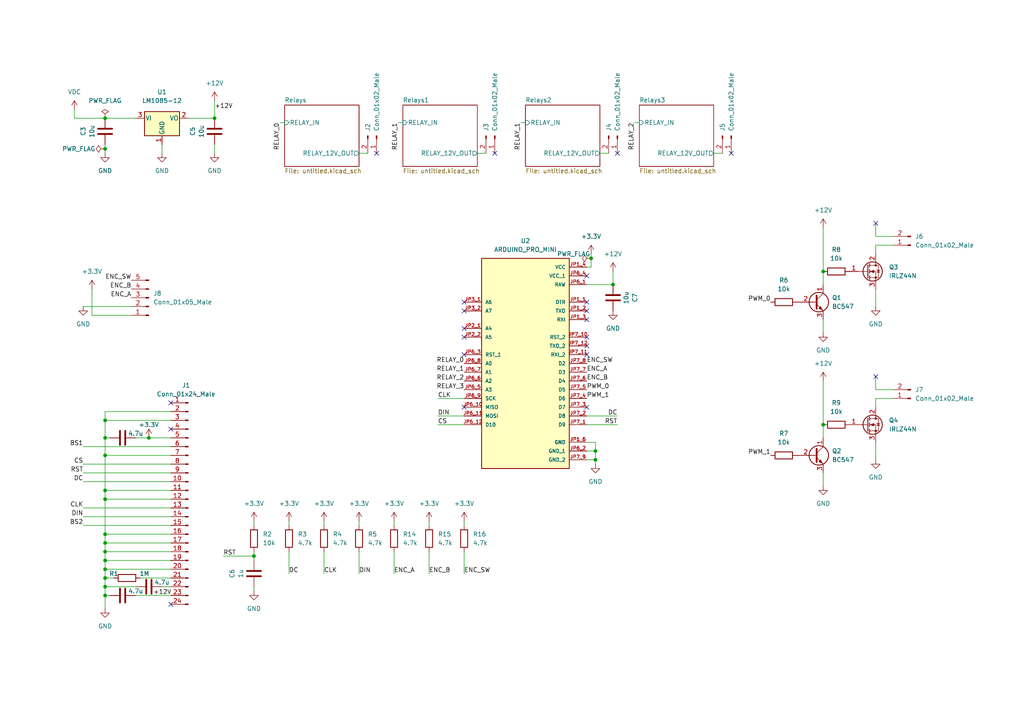
<source format=kicad_sch>
(kicad_sch (version 20211123) (generator eeschema)
  (paper "A4")
  (lib_symbols
    (symbol "ARDUINO_PRO_MINI:ARDUINO_PRO_MINI" (pin_names (offset 1.016))
      (property "Reference" "U" (at -12.7 31.75 0))
      (property "Value" "ARDUINO_PRO_MINI" (at -12.7 -33.02 0))
      (symbol "ARDUINO_PRO_MINI_0_0"
        (rectangle (start -12.7 -30.48) (end 12.7 30.48) (stroke (width 0.254)) (fill (type background)))
        (pin input line (at 17.78 17.78 180) (length 5.08) (name "DTR") (number "JP1_1"))
        (pin bidirectional line (at 17.78 15.24 180) (length 5.08) (name "TXO") (number "JP1_2"))
        (pin bidirectional line (at 17.78 12.7 180) (length 5.08) (name "RXI") (number "JP1_3"))
        (pin power_in line (at 17.78 27.94 180) (length 5.08) (name "VCC") (number "JP1_4"))
        (pin power_in line (at 17.78 -22.86 180) (length 5.08) (name "GND") (number "JP1_5"))
        (pin power_in line (at 17.78 -22.86 180) (length 5.08) (name "GND") (number "JP1_6"))
        (pin bidirectional line (at -17.78 10.16 0) (length 5.08) (name "A4") (number "JP2_1"))
        (pin bidirectional line (at -17.78 7.62 0) (length 5.08) (name "A5") (number "JP2_2"))
        (pin input line (at -17.78 17.78 0) (length 5.08) (name "A6") (number "JP3_1"))
        (pin input line (at -17.78 15.24 0) (length 5.08) (name "A7") (number "JP3_2"))
        (pin power_in line (at 17.78 22.86 180) (length 5.08) (name "RAW") (number "JP6_1"))
        (pin bidirectional line (at -17.78 -12.7 0) (length 5.08) (name "MISO") (number "JP6_10"))
        (pin bidirectional line (at -17.78 -15.24 0) (length 5.08) (name "MOSI") (number "JP6_11"))
        (pin bidirectional line (at -17.78 -17.78 0) (length 5.08) (name "D10") (number "JP6_12"))
        (pin power_in line (at 17.78 -25.4 180) (length 5.08) (name "GND_1") (number "JP6_2"))
        (pin input line (at -17.78 2.54 0) (length 5.08) (name "RST_1") (number "JP6_3"))
        (pin power_in line (at 17.78 25.4 180) (length 5.08) (name "VCC_1") (number "JP6_4"))
        (pin bidirectional line (at -17.78 -7.62 0) (length 5.08) (name "A3") (number "JP6_5"))
        (pin bidirectional line (at -17.78 -5.08 0) (length 5.08) (name "A2") (number "JP6_6"))
        (pin bidirectional line (at -17.78 -2.54 0) (length 5.08) (name "A1") (number "JP6_7"))
        (pin bidirectional line (at -17.78 0 0) (length 5.08) (name "A0") (number "JP6_8"))
        (pin bidirectional line (at -17.78 -10.16 0) (length 5.08) (name "SCK") (number "JP6_9"))
        (pin bidirectional line (at 17.78 -17.78 180) (length 5.08) (name "D9") (number "JP7_1"))
        (pin input line (at 17.78 7.62 180) (length 5.08) (name "RST_2") (number "JP7_10"))
        (pin bidirectional line (at 17.78 2.54 180) (length 5.08) (name "RXI_2") (number "JP7_11"))
        (pin bidirectional line (at 17.78 5.08 180) (length 5.08) (name "TXO_2") (number "JP7_12"))
        (pin bidirectional line (at 17.78 -15.24 180) (length 5.08) (name "D8") (number "JP7_2"))
        (pin bidirectional line (at 17.78 -12.7 180) (length 5.08) (name "D7") (number "JP7_3"))
        (pin bidirectional line (at 17.78 -10.16 180) (length 5.08) (name "D6") (number "JP7_4"))
        (pin bidirectional line (at 17.78 -7.62 180) (length 5.08) (name "D5") (number "JP7_5"))
        (pin bidirectional line (at 17.78 -5.08 180) (length 5.08) (name "D4") (number "JP7_6"))
        (pin bidirectional line (at 17.78 -2.54 180) (length 5.08) (name "D3") (number "JP7_7"))
        (pin bidirectional line (at 17.78 0 180) (length 5.08) (name "D2") (number "JP7_8"))
        (pin power_in line (at 17.78 -27.94 180) (length 5.08) (name "GND_2") (number "JP7_9"))
      )
    )
    (symbol "Connector:Conn_01x02_Male" (pin_names (offset 1.016) hide)
      (property "Reference" "J" (at 0 2.54 0))
      (property "Value" "Conn_01x02_Male" (at 0 -5.08 0))
      (symbol "Conn_01x02_Male_1_1"
        (polyline (pts (xy 1.27 -2.54) (xy 0.8636 -2.54)) (stroke (width 0.1524)))
        (polyline (pts (xy 1.27 0) (xy 0.8636 0)) (stroke (width 0.1524)))
        (rectangle (start 0.8636 -2.413) (end 0 -2.667) (stroke (width 0.1524)) (fill (type outline)))
        (rectangle (start 0.8636 0.127) (end 0 -0.127) (stroke (width 0.1524)) (fill (type outline)))
        (pin passive line (at 5.08 0 180) (length 3.81) (name "Pin_1") (number "1"))
        (pin passive line (at 5.08 -2.54 180) (length 3.81) (name "Pin_2") (number "2"))
      )
    )
    (symbol "Connector:Conn_01x05_Male" (pin_names (offset 1.016) hide)
      (property "Reference" "J" (at 0 7.62 0))
      (property "Value" "Conn_01x05_Male" (at 0 -7.62 0))
      (symbol "Conn_01x05_Male_1_1"
        (polyline (pts (xy 1.27 -5.08) (xy 0.8636 -5.08)) (stroke (width 0.1524)))
        (polyline (pts (xy 1.27 -2.54) (xy 0.8636 -2.54)) (stroke (width 0.1524)))
        (polyline (pts (xy 1.27 0) (xy 0.8636 0)) (stroke (width 0.1524)))
        (polyline (pts (xy 1.27 2.54) (xy 0.8636 2.54)) (stroke (width 0.1524)))
        (polyline (pts (xy 1.27 5.08) (xy 0.8636 5.08)) (stroke (width 0.1524)))
        (rectangle (start 0.8636 -4.953) (end 0 -5.207) (stroke (width 0.1524)) (fill (type outline)))
        (rectangle (start 0.8636 -2.413) (end 0 -2.667) (stroke (width 0.1524)) (fill (type outline)))
        (rectangle (start 0.8636 0.127) (end 0 -0.127) (stroke (width 0.1524)) (fill (type outline)))
        (rectangle (start 0.8636 2.667) (end 0 2.413) (stroke (width 0.1524)) (fill (type outline)))
        (rectangle (start 0.8636 5.207) (end 0 4.953) (stroke (width 0.1524)) (fill (type outline)))
        (pin passive line (at 5.08 5.08 180) (length 3.81) (name "Pin_1") (number "1"))
        (pin passive line (at 5.08 2.54 180) (length 3.81) (name "Pin_2") (number "2"))
        (pin passive line (at 5.08 0 180) (length 3.81) (name "Pin_3") (number "3"))
        (pin passive line (at 5.08 -2.54 180) (length 3.81) (name "Pin_4") (number "4"))
        (pin passive line (at 5.08 -5.08 180) (length 3.81) (name "Pin_5") (number "5"))
      )
    )
    (symbol "Connector:Conn_01x24_Male" (pin_names (offset 1.016) hide)
      (property "Reference" "J" (at 0 30.48 0))
      (property "Value" "Conn_01x24_Male" (at 0 -33.02 0))
      (symbol "Conn_01x24_Male_1_1"
        (polyline (pts (xy 1.27 -30.48) (xy 0.8636 -30.48)) (stroke (width 0.1524)))
        (polyline (pts (xy 1.27 -27.94) (xy 0.8636 -27.94)) (stroke (width 0.1524)))
        (polyline (pts (xy 1.27 -25.4) (xy 0.8636 -25.4)) (stroke (width 0.1524)))
        (polyline (pts (xy 1.27 -22.86) (xy 0.8636 -22.86)) (stroke (width 0.1524)))
        (polyline (pts (xy 1.27 -20.32) (xy 0.8636 -20.32)) (stroke (width 0.1524)))
        (polyline (pts (xy 1.27 -17.78) (xy 0.8636 -17.78)) (stroke (width 0.1524)))
        (polyline (pts (xy 1.27 -15.24) (xy 0.8636 -15.24)) (stroke (width 0.1524)))
        (polyline (pts (xy 1.27 -12.7) (xy 0.8636 -12.7)) (stroke (width 0.1524)))
        (polyline (pts (xy 1.27 -10.16) (xy 0.8636 -10.16)) (stroke (width 0.1524)))
        (polyline (pts (xy 1.27 -7.62) (xy 0.8636 -7.62)) (stroke (width 0.1524)))
        (polyline (pts (xy 1.27 -5.08) (xy 0.8636 -5.08)) (stroke (width 0.1524)))
        (polyline (pts (xy 1.27 -2.54) (xy 0.8636 -2.54)) (stroke (width 0.1524)))
        (polyline (pts (xy 1.27 0) (xy 0.8636 0)) (stroke (width 0.1524)))
        (polyline (pts (xy 1.27 2.54) (xy 0.8636 2.54)) (stroke (width 0.1524)))
        (polyline (pts (xy 1.27 5.08) (xy 0.8636 5.08)) (stroke (width 0.1524)))
        (polyline (pts (xy 1.27 7.62) (xy 0.8636 7.62)) (stroke (width 0.1524)))
        (polyline (pts (xy 1.27 10.16) (xy 0.8636 10.16)) (stroke (width 0.1524)))
        (polyline (pts (xy 1.27 12.7) (xy 0.8636 12.7)) (stroke (width 0.1524)))
        (polyline (pts (xy 1.27 15.24) (xy 0.8636 15.24)) (stroke (width 0.1524)))
        (polyline (pts (xy 1.27 17.78) (xy 0.8636 17.78)) (stroke (width 0.1524)))
        (polyline (pts (xy 1.27 20.32) (xy 0.8636 20.32)) (stroke (width 0.1524)))
        (polyline (pts (xy 1.27 22.86) (xy 0.8636 22.86)) (stroke (width 0.1524)))
        (polyline (pts (xy 1.27 25.4) (xy 0.8636 25.4)) (stroke (width 0.1524)))
        (polyline (pts (xy 1.27 27.94) (xy 0.8636 27.94)) (stroke (width 0.1524)))
        (rectangle (start 0.8636 -30.353) (end 0 -30.607) (stroke (width 0.1524)) (fill (type outline)))
        (rectangle (start 0.8636 -27.813) (end 0 -28.067) (stroke (width 0.1524)) (fill (type outline)))
        (rectangle (start 0.8636 -25.273) (end 0 -25.527) (stroke (width 0.1524)) (fill (type outline)))
        (rectangle (start 0.8636 -22.733) (end 0 -22.987) (stroke (width 0.1524)) (fill (type outline)))
        (rectangle (start 0.8636 -20.193) (end 0 -20.447) (stroke (width 0.1524)) (fill (type outline)))
        (rectangle (start 0.8636 -17.653) (end 0 -17.907) (stroke (width 0.1524)) (fill (type outline)))
        (rectangle (start 0.8636 -15.113) (end 0 -15.367) (stroke (width 0.1524)) (fill (type outline)))
        (rectangle (start 0.8636 -12.573) (end 0 -12.827) (stroke (width 0.1524)) (fill (type outline)))
        (rectangle (start 0.8636 -10.033) (end 0 -10.287) (stroke (width 0.1524)) (fill (type outline)))
        (rectangle (start 0.8636 -7.493) (end 0 -7.747) (stroke (width 0.1524)) (fill (type outline)))
        (rectangle (start 0.8636 -4.953) (end 0 -5.207) (stroke (width 0.1524)) (fill (type outline)))
        (rectangle (start 0.8636 -2.413) (end 0 -2.667) (stroke (width 0.1524)) (fill (type outline)))
        (rectangle (start 0.8636 0.127) (end 0 -0.127) (stroke (width 0.1524)) (fill (type outline)))
        (rectangle (start 0.8636 2.667) (end 0 2.413) (stroke (width 0.1524)) (fill (type outline)))
        (rectangle (start 0.8636 5.207) (end 0 4.953) (stroke (width 0.1524)) (fill (type outline)))
        (rectangle (start 0.8636 7.747) (end 0 7.493) (stroke (width 0.1524)) (fill (type outline)))
        (rectangle (start 0.8636 10.287) (end 0 10.033) (stroke (width 0.1524)) (fill (type outline)))
        (rectangle (start 0.8636 12.827) (end 0 12.573) (stroke (width 0.1524)) (fill (type outline)))
        (rectangle (start 0.8636 15.367) (end 0 15.113) (stroke (width 0.1524)) (fill (type outline)))
        (rectangle (start 0.8636 17.907) (end 0 17.653) (stroke (width 0.1524)) (fill (type outline)))
        (rectangle (start 0.8636 20.447) (end 0 20.193) (stroke (width 0.1524)) (fill (type outline)))
        (rectangle (start 0.8636 22.987) (end 0 22.733) (stroke (width 0.1524)) (fill (type outline)))
        (rectangle (start 0.8636 25.527) (end 0 25.273) (stroke (width 0.1524)) (fill (type outline)))
        (rectangle (start 0.8636 28.067) (end 0 27.813) (stroke (width 0.1524)) (fill (type outline)))
        (pin passive line (at 5.08 27.94 180) (length 3.81) (name "Pin_1") (number "1"))
        (pin passive line (at 5.08 5.08 180) (length 3.81) (name "Pin_10") (number "10"))
        (pin passive line (at 5.08 2.54 180) (length 3.81) (name "Pin_11") (number "11"))
        (pin passive line (at 5.08 0 180) (length 3.81) (name "Pin_12") (number "12"))
        (pin passive line (at 5.08 -2.54 180) (length 3.81) (name "Pin_13") (number "13"))
        (pin passive line (at 5.08 -5.08 180) (length 3.81) (name "Pin_14") (number "14"))
        (pin passive line (at 5.08 -7.62 180) (length 3.81) (name "Pin_15") (number "15"))
        (pin passive line (at 5.08 -10.16 180) (length 3.81) (name "Pin_16") (number "16"))
        (pin passive line (at 5.08 -12.7 180) (length 3.81) (name "Pin_17") (number "17"))
        (pin passive line (at 5.08 -15.24 180) (length 3.81) (name "Pin_18") (number "18"))
        (pin passive line (at 5.08 -17.78 180) (length 3.81) (name "Pin_19") (number "19"))
        (pin passive line (at 5.08 25.4 180) (length 3.81) (name "Pin_2") (number "2"))
        (pin passive line (at 5.08 -20.32 180) (length 3.81) (name "Pin_20") (number "20"))
        (pin passive line (at 5.08 -22.86 180) (length 3.81) (name "Pin_21") (number "21"))
        (pin passive line (at 5.08 -25.4 180) (length 3.81) (name "Pin_22") (number "22"))
        (pin passive line (at 5.08 -27.94 180) (length 3.81) (name "Pin_23") (number "23"))
        (pin passive line (at 5.08 -30.48 180) (length 3.81) (name "Pin_24") (number "24"))
        (pin passive line (at 5.08 22.86 180) (length 3.81) (name "Pin_3") (number "3"))
        (pin passive line (at 5.08 20.32 180) (length 3.81) (name "Pin_4") (number "4"))
        (pin passive line (at 5.08 17.78 180) (length 3.81) (name "Pin_5") (number "5"))
        (pin passive line (at 5.08 15.24 180) (length 3.81) (name "Pin_6") (number "6"))
        (pin passive line (at 5.08 12.7 180) (length 3.81) (name "Pin_7") (number "7"))
        (pin passive line (at 5.08 10.16 180) (length 3.81) (name "Pin_8") (number "8"))
        (pin passive line (at 5.08 7.62 180) (length 3.81) (name "Pin_9") (number "9"))
      )
    )
    (symbol "Device:C" (pin_numbers hide) (pin_names (offset 0.254))
      (property "Reference" "C" (at 0.635 2.54 0))
      (property "Value" "C" (at 0.635 -2.54 0))
      (symbol "C_0_1"
        (polyline (pts (xy -2.032 -0.762) (xy 2.032 -0.762)) (stroke (width 0.508)))
        (polyline (pts (xy -2.032 0.762) (xy 2.032 0.762)) (stroke (width 0.508)))
      )
      (symbol "C_1_1"
        (pin passive line (at 0 3.81 270) (length 2.794) (name "~") (number "1"))
        (pin passive line (at 0 -3.81 90) (length 2.794) (name "~") (number "2"))
      )
    )
    (symbol "Device:R" (pin_numbers hide) (pin_names (offset 0))
      (property "Reference" "R" (at 2.032 0 90))
      (property "Value" "R" (at 0 0 90))
      (symbol "R_0_1"
        (rectangle (start -1.016 -2.54) (end 1.016 2.54) (stroke (width 0.254)))
      )
      (symbol "R_1_1"
        (pin passive line (at 0 3.81 270) (length 1.27) (name "~") (number "1"))
        (pin passive line (at 0 -3.81 90) (length 1.27) (name "~") (number "2"))
      )
    )
    (symbol "Regulator_Linear:LM1085-12" (pin_names (offset 0.254))
      (property "Reference" "U" (at -3.81 3.175 0))
      (property "Value" "LM1085-12" (at 0 3.175 0))
      (symbol "LM1085-12_0_1"
        (rectangle (start -5.08 1.905) (end 5.08 -5.08) (stroke (width 0.254)) (fill (type background)))
      )
      (symbol "LM1085-12_1_1"
        (pin power_in line (at 0 -7.62 90) (length 2.54) (name "GND") (number "1"))
        (pin power_out line (at 7.62 0 180) (length 2.54) (name "VO") (number "2"))
        (pin power_in line (at -7.62 0 0) (length 2.54) (name "VI") (number "3"))
      )
    )
    (symbol "Transistor_BJT:BC547" (pin_names (offset 0) hide)
      (property "Reference" "Q" (at 5.08 1.905 0))
      (property "Value" "BC547" (at 5.08 0 0))
      (symbol "BC547_0_1"
        (polyline (pts (xy 0 0) (xy 0.635 0)))
        (polyline (pts (xy 0.635 0.635) (xy 2.54 2.54)))
        (polyline (pts (xy 0.635 -0.635) (xy 2.54 -2.54) (xy 2.54 -2.54)))
        (polyline (pts (xy 0.635 1.905) (xy 0.635 -1.905) (xy 0.635 -1.905)) (stroke (width 0.508)))
        (polyline (pts (xy 1.27 -1.778) (xy 1.778 -1.27) (xy 2.286 -2.286) (xy 1.27 -1.778) (xy 1.27 -1.778)) (fill (type outline)))
        (circle (center 1.27 0) (radius 2.8194) (stroke (width 0.254)))
      )
      (symbol "BC547_1_1"
        (pin passive line (at 2.54 5.08 270) (length 2.54) (name "C") (number "1"))
        (pin input line (at -5.08 0 0) (length 5.08) (name "B") (number "2"))
        (pin passive line (at 2.54 -5.08 90) (length 2.54) (name "E") (number "3"))
      )
    )
    (symbol "Transistor_FET:IRLZ44N" (pin_names hide)
      (property "Reference" "Q" (at 6.35 1.905 0))
      (property "Value" "IRLZ44N" (at 6.35 0 0))
      (symbol "IRLZ44N_0_1"
        (polyline (pts (xy 0.254 0) (xy -2.54 0)))
        (polyline (pts (xy 0.254 1.905) (xy 0.254 -1.905)) (stroke (width 0.254)))
        (polyline (pts (xy 0.762 -1.27) (xy 0.762 -2.286)) (stroke (width 0.254)))
        (polyline (pts (xy 0.762 0.508) (xy 0.762 -0.508)) (stroke (width 0.254)))
        (polyline (pts (xy 0.762 2.286) (xy 0.762 1.27)) (stroke (width 0.254)))
        (polyline (pts (xy 2.54 2.54) (xy 2.54 1.778)))
        (polyline (pts (xy 2.54 -2.54) (xy 2.54 0) (xy 0.762 0)))
        (polyline (pts (xy 0.762 -1.778) (xy 3.302 -1.778) (xy 3.302 1.778) (xy 0.762 1.778)))
        (polyline (pts (xy 1.016 0) (xy 2.032 0.381) (xy 2.032 -0.381) (xy 1.016 0)) (fill (type outline)))
        (polyline (pts (xy 2.794 0.508) (xy 2.921 0.381) (xy 3.683 0.381) (xy 3.81 0.254)))
        (polyline (pts (xy 3.302 0.381) (xy 2.921 -0.254) (xy 3.683 -0.254) (xy 3.302 0.381)))
        (circle (center 1.651 0) (radius 2.794) (stroke (width 0.254)))
        (circle (center 2.54 -1.778) (radius 0.254) (fill (type outline)))
        (circle (center 2.54 1.778) (radius 0.254) (fill (type outline)))
      )
      (symbol "IRLZ44N_1_1"
        (pin input line (at -5.08 0 0) (length 2.54) (name "G") (number "1"))
        (pin passive line (at 2.54 5.08 270) (length 2.54) (name "D") (number "2"))
        (pin passive line (at 2.54 -5.08 90) (length 2.54) (name "S") (number "3"))
      )
    )
    (symbol "power:+12V" (power) (pin_names (offset 0))
      (property "Value" "+12V" (at 0 3.556 0))
      (symbol "+12V_0_1"
        (polyline (pts (xy -0.762 1.27) (xy 0 2.54)))
        (polyline (pts (xy 0 0) (xy 0 2.54)))
        (polyline (pts (xy 0 2.54) (xy 0.762 1.27)))
      )
      (symbol "+12V_1_1"
        (pin power_in line (at 0 0 90) (length 0) hide (name "+12V") (number "1"))
      )
    )
    (symbol "power:+3.3V" (power) (pin_names (offset 0))
      (property "Value" "+3.3V" (at 0 3.556 0))
      (symbol "+3.3V_0_1"
        (polyline (pts (xy -0.762 1.27) (xy 0 2.54)))
        (polyline (pts (xy 0 0) (xy 0 2.54)))
        (polyline (pts (xy 0 2.54) (xy 0.762 1.27)))
      )
      (symbol "+3.3V_1_1"
        (pin power_in line (at 0 0 90) (length 0) hide (name "+3.3V") (number "1"))
      )
    )
    (symbol "power:GND" (power) (pin_names (offset 0))
      (property "Value" "GND" (at 0 -3.81 0))
      (symbol "GND_0_1"
        (polyline (pts (xy 0 0) (xy 0 -1.27) (xy 1.27 -1.27) (xy 0 -2.54) (xy -1.27 -1.27) (xy 0 -1.27)))
      )
      (symbol "GND_1_1"
        (pin power_in line (at 0 0 270) (length 0) hide (name "GND") (number "1"))
      )
    )
    (symbol "power:PWR_FLAG" (power) (pin_numbers hide) (pin_names (offset 0) hide)
      (property "Value" "PWR_FLAG" (at 0 3.81 0))
      (symbol "PWR_FLAG_0_0"
        (pin power_out line (at 0 0 90) (length 0) (name "pwr") (number "1"))
      )
      (symbol "PWR_FLAG_0_1"
        (polyline (pts (xy 0 0) (xy 0 1.27) (xy -1.016 1.905) (xy 0 2.54) (xy 1.016 1.905) (xy 0 1.27)))
      )
    )
    (symbol "power:VDC" (power) (pin_names (offset 0))
      (property "Value" "VDC" (at 0 6.35 0))
      (symbol "VDC_0_1"
        (polyline (pts (xy -0.762 1.27) (xy 0 2.54)))
        (polyline (pts (xy 0 0) (xy 0 2.54)))
        (polyline (pts (xy 0 2.54) (xy 0.762 1.27)))
      )
      (symbol "VDC_1_1"
        (pin power_in line (at 0 0 90) (length 0) hide (name "VDC") (number "1"))
      )
    )
  )
  (junction (at 238.76 78.74))
  (junction (at 30.48 132.08))
  (junction (at 30.48 160.02))
  (junction (at 30.48 121.92))
  (junction (at 30.48 142.24))
  (junction (at 30.48 157.48))
  (junction (at 30.48 34.29))
  (junction (at 30.48 162.56))
  (junction (at 172.72 133.35))
  (junction (at 171.45 74.93))
  (junction (at 238.76 123.19))
  (junction (at 30.48 170.18))
  (junction (at 30.48 165.1))
  (junction (at 30.48 127))
  (junction (at 30.48 154.94))
  (junction (at 30.48 43.18))
  (junction (at 30.48 172.72))
  (junction (at 62.23 34.29))
  (junction (at 30.48 144.78))
  (junction (at 73.66 161.29))
  (junction (at 43.18 127))
  (junction (at 177.8 82.55))
  (junction (at 172.72 130.81))
  (junction (at 30.48 167.64))
  (no_connect (at 170.18 118.11))
  (no_connect (at 134.62 102.87))
  (no_connect (at 212.09 44.45))
  (no_connect (at 254 64.77))
  (no_connect (at 134.62 118.11))
  (no_connect (at 134.62 87.63))
  (no_connect (at 134.62 90.17))
  (no_connect (at 134.62 95.25))
  (no_connect (at 134.62 97.79))
  (no_connect (at 254 109.22))
  (no_connect (at 170.18 102.87))
  (no_connect (at 170.18 92.71))
  (no_connect (at 170.18 100.33))
  (no_connect (at 170.18 97.79))
  (no_connect (at 170.18 90.17))
  (no_connect (at 170.18 87.63))
  (no_connect (at 170.18 80.01))
  (no_connect (at 143.51 44.45))
  (no_connect (at 49.53 116.84))
  (no_connect (at 49.53 175.26))
  (no_connect (at 49.53 124.46))
  (no_connect (at 109.22 44.45))
  (no_connect (at 179.07 44.45))
  (wire (pts (xy 30.48 43.18) (xy 30.48 41.91)))
  (wire (pts (xy 30.48 172.72) (xy 30.48 176.53)))
  (wire (pts (xy 62.23 29.21) (xy 62.23 34.29)))
  (wire (pts (xy 238.76 66.04) (xy 238.76 78.74)))
  (wire (pts (xy 172.72 128.27) (xy 172.72 130.81)))
  (wire (pts (xy 127 115.57) (xy 134.62 115.57)))
  (wire (pts (xy 238.76 110.49) (xy 238.76 123.19)))
  (wire (pts (xy 30.48 132.08) (xy 30.48 142.24)))
  (wire (pts (xy 170.18 120.65) (xy 179.07 120.65)))
  (wire (pts (xy 124.46 160.02) (xy 124.46 166.37)))
  (wire (pts (xy 30.48 34.29) (xy 39.37 34.29)))
  (wire (pts (xy 30.48 165.1) (xy 49.53 165.1)))
  (wire (pts (xy 170.18 133.35) (xy 172.72 133.35)))
  (wire (pts (xy 30.48 44.45) (xy 30.48 43.18)))
  (wire (pts (xy 238.76 96.52) (xy 238.76 92.71)))
  (wire (pts (xy 30.48 127) (xy 31.75 127)))
  (wire (pts (xy 184.15 35.56) (xy 185.42 35.56)))
  (wire (pts (xy 259.08 71.12) (xy 254 71.12)))
  (wire (pts (xy 39.37 172.72) (xy 49.53 172.72)))
  (wire (pts (xy 127 120.65) (xy 134.62 120.65)))
  (wire (pts (xy 38.1 91.44) (xy 26.67 91.44)))
  (wire (pts (xy 62.23 44.45) (xy 62.23 41.91)))
  (wire (pts (xy 30.48 157.48) (xy 49.53 157.48)))
  (wire (pts (xy 114.3 151.13) (xy 114.3 152.4)))
  (wire (pts (xy 73.66 161.29) (xy 73.66 160.02)))
  (wire (pts (xy 30.48 154.94) (xy 49.53 154.94)))
  (wire (pts (xy 93.98 151.13) (xy 93.98 152.4)))
  (wire (pts (xy 134.62 151.13) (xy 134.62 152.4)))
  (wire (pts (xy 83.82 151.13) (xy 83.82 152.4)))
  (wire (pts (xy 24.13 88.9) (xy 38.1 88.9)))
  (wire (pts (xy 254 109.22) (xy 254 113.03)))
  (wire (pts (xy 104.14 160.02) (xy 104.14 166.37)))
  (wire (pts (xy 170.18 123.19) (xy 179.07 123.19)))
  (wire (pts (xy 54.61 34.29) (xy 62.23 34.29)))
  (wire (pts (xy 24.13 129.54) (xy 49.53 129.54)))
  (wire (pts (xy 81.28 35.56) (xy 82.55 35.56)))
  (wire (pts (xy 207.01 44.45) (xy 209.55 44.45)))
  (wire (pts (xy 254 64.77) (xy 254 68.58)))
  (wire (pts (xy 30.48 162.56) (xy 30.48 165.1)))
  (wire (pts (xy 30.48 170.18) (xy 39.37 170.18)))
  (wire (pts (xy 259.08 68.58) (xy 254 68.58)))
  (wire (pts (xy 46.99 170.18) (xy 49.53 170.18)))
  (wire (pts (xy 254 71.12) (xy 254 73.66)))
  (wire (pts (xy 26.67 91.44) (xy 26.67 83.82)))
  (wire (pts (xy 73.66 151.13) (xy 73.66 152.4)))
  (wire (pts (xy 43.18 127) (xy 49.53 127)))
  (wire (pts (xy 83.82 160.02) (xy 83.82 166.37)))
  (wire (pts (xy 24.13 152.4) (xy 49.53 152.4)))
  (wire (pts (xy 39.37 127) (xy 43.18 127)))
  (wire (pts (xy 151.13 35.56) (xy 152.4 35.56)))
  (wire (pts (xy 24.13 139.7) (xy 49.53 139.7)))
  (wire (pts (xy 30.48 121.92) (xy 49.53 121.92)))
  (wire (pts (xy 254 128.27) (xy 254 133.35)))
  (wire (pts (xy 172.72 134.62) (xy 172.72 133.35)))
  (wire (pts (xy 30.48 162.56) (xy 49.53 162.56)))
  (wire (pts (xy 254 83.82) (xy 254 88.9)))
  (wire (pts (xy 170.18 128.27) (xy 172.72 128.27)))
  (wire (pts (xy 21.59 31.75) (xy 21.59 34.29)))
  (wire (pts (xy 115.57 35.56) (xy 116.84 35.56)))
  (wire (pts (xy 93.98 160.02) (xy 93.98 166.37)))
  (wire (pts (xy 30.48 160.02) (xy 49.53 160.02)))
  (wire (pts (xy 30.48 157.48) (xy 30.48 160.02)))
  (wire (pts (xy 30.48 160.02) (xy 30.48 162.56)))
  (wire (pts (xy 104.14 151.13) (xy 104.14 152.4)))
  (wire (pts (xy 138.43 44.45) (xy 140.97 44.45)))
  (wire (pts (xy 30.48 144.78) (xy 49.53 144.78)))
  (wire (pts (xy 134.62 160.02) (xy 134.62 166.37)))
  (wire (pts (xy 30.48 167.64) (xy 33.02 167.64)))
  (wire (pts (xy 171.45 73.66) (xy 171.45 74.93)))
  (wire (pts (xy 24.13 147.32) (xy 49.53 147.32)))
  (wire (pts (xy 40.64 167.64) (xy 49.53 167.64)))
  (wire (pts (xy 30.48 170.18) (xy 30.48 172.72)))
  (wire (pts (xy 238.76 140.97) (xy 238.76 137.16)))
  (wire (pts (xy 30.48 119.38) (xy 30.48 121.92)))
  (wire (pts (xy 30.48 142.24) (xy 30.48 144.78)))
  (wire (pts (xy 173.99 44.45) (xy 176.53 44.45)))
  (wire (pts (xy 171.45 74.93) (xy 171.45 77.47)))
  (wire (pts (xy 114.3 160.02) (xy 114.3 166.37)))
  (wire (pts (xy 24.13 137.16) (xy 49.53 137.16)))
  (wire (pts (xy 30.48 121.92) (xy 30.48 127)))
  (wire (pts (xy 30.48 167.64) (xy 30.48 170.18)))
  (wire (pts (xy 30.48 142.24) (xy 49.53 142.24)))
  (wire (pts (xy 177.8 78.74) (xy 177.8 82.55)))
  (wire (pts (xy 238.76 123.19) (xy 238.76 127)))
  (wire (pts (xy 46.99 44.45) (xy 46.99 41.91)))
  (wire (pts (xy 30.48 127) (xy 30.48 132.08)))
  (wire (pts (xy 172.72 130.81) (xy 170.18 130.81)))
  (wire (pts (xy 259.08 113.03) (xy 254 113.03)))
  (wire (pts (xy 30.48 165.1) (xy 30.48 167.64)))
  (wire (pts (xy 124.46 151.13) (xy 124.46 152.4)))
  (wire (pts (xy 104.14 44.45) (xy 106.68 44.45)))
  (wire (pts (xy 49.53 119.38) (xy 30.48 119.38)))
  (wire (pts (xy 73.66 162.56) (xy 73.66 161.29)))
  (wire (pts (xy 30.48 154.94) (xy 30.48 157.48)))
  (wire (pts (xy 172.72 133.35) (xy 172.72 130.81)))
  (wire (pts (xy 30.48 172.72) (xy 31.75 172.72)))
  (wire (pts (xy 238.76 78.74) (xy 238.76 82.55)))
  (wire (pts (xy 30.48 144.78) (xy 30.48 154.94)))
  (wire (pts (xy 24.13 134.62) (xy 49.53 134.62)))
  (wire (pts (xy 24.13 149.86) (xy 49.53 149.86)))
  (wire (pts (xy 64.77 161.29) (xy 73.66 161.29)))
  (wire (pts (xy 259.08 115.57) (xy 254 115.57)))
  (wire (pts (xy 30.48 34.29) (xy 21.59 34.29)))
  (wire (pts (xy 254 115.57) (xy 254 118.11)))
  (wire (pts (xy 73.66 171.45) (xy 73.66 170.18)))
  (wire (pts (xy 127 123.19) (xy 134.62 123.19)))
  (wire (pts (xy 30.48 132.08) (xy 49.53 132.08)))
  (wire (pts (xy 170.18 82.55) (xy 177.8 82.55)))
  (wire (pts (xy 171.45 77.47) (xy 170.18 77.47)))
  (label "ENC_A" (at 38.1 86.36 180))
  (label "RELAY_2" (at 134.62 110.49 180))
  (label "PWM_1" (at 223.52 132.08 180))
  (label "+12V" (at 44.45 172.72 0))
  (label "BS1" (at 24.13 129.54 180))
  (label "DIN" (at 104.14 166.37 0))
  (label "RST" (at 24.13 137.16 180))
  (label "DIN" (at 127 120.65 0))
  (label "ENC_B" (at 170.18 110.49 0))
  (label "DC" (at 179.07 120.65 180))
  (label "DC" (at 83.82 166.37 0))
  (label "DC" (at 24.13 139.7 180))
  (label "CLK" (at 93.98 166.37 0))
  (label "CLK" (at 24.13 147.32 180))
  (label "ENC_SW" (at 134.62 166.37 0))
  (label "ENC_A" (at 114.3 166.37 0))
  (label "RELAY_0" (at 81.28 35.56 270))
  (label "RELAY_3" (at 134.62 113.03 180))
  (label "CS" (at 24.13 134.62 180))
  (label "RELAY_1" (at 134.62 107.95 180))
  (label "PWM_0" (at 223.52 87.63 180))
  (label "CS" (at 127 123.19 0))
  (label "PWM_0" (at 170.18 113.03 0))
  (label "RELAY_2" (at 184.15 35.56 270))
  (label "+12V" (at 62.23 31.75 0))
  (label "ENC_B" (at 38.1 83.82 180))
  (label "RELAY_1" (at 115.57 35.56 270))
  (label "RST" (at 179.07 123.19 180))
  (label "RELAY_0" (at 134.62 105.41 180))
  (label "CLK" (at 127 115.57 0))
  (label "PWM_1" (at 170.18 115.57 0))
  (label "ENC_SW" (at 170.18 105.41 0))
  (label "ENC_B" (at 124.46 166.37 0))
  (label "ENC_SW" (at 38.1 81.28 180))
  (label "ENC_A" (at 170.18 107.95 0))
  (label "DIN" (at 24.13 149.86 180))
  (label "RST" (at 64.77 161.29 0))
  (label "RELAY_1" (at 151.13 35.56 270))
  (label "BS2" (at 24.13 152.4 180))
  (symbol (lib_id "Connector:Conn_01x02_Male") (at 264.16 115.57 180) (unit 1)
    (property "Reference" "J7" (at 265.43 113.0299 0) (effects (justify right)))
    (property "Value" "Conn_01x02_Male" (at 265.43 115.5699 0) (effects (justify right)))
    (property "Footprint" "Connector_Phoenix_MSTB:PhoenixContact_MSTBVA_2,5_2-G_1x02_P5.00mm_Vertical" (effects hide))
  )
  (symbol (lib_id "Device:R") (at 134.62 156.21 0) (unit 1)
    (property "Reference" "R16" (at 137.16 154.9399 0) (effects (justify left)))
    (property "Value" "4.7k" (at 137.16 157.4799 0) (effects (justify left)))
    (property "Footprint" "Resistor_SMD:R_0201_0603Metric" (effects hide))
  )
  (symbol (lib_id "Transistor_BJT:BC547") (at 236.22 132.08 0) (unit 1)
    (property "Reference" "Q2" (at 241.3 130.8099 0) (effects (justify left)))
    (property "Value" "BC547" (at 241.3 133.3499 0) (effects (justify left)))
    (property "Footprint" "Package_TO_SOT_THT:TO-92_Inline" (effects hide))
    (property "Datasheet" "https://www.onsemi.com/pub/Collateral/BC550-D.pdf" (effects hide))
  )
  (symbol (lib_id "Device:R") (at 124.46 156.21 0) (unit 1)
    (property "Reference" "R15" (at 127 154.9399 0) (effects (justify left)))
    (property "Value" "4.7k" (at 127 157.4799 0) (effects (justify left)))
    (property "Footprint" "Resistor_SMD:R_0201_0603Metric" (effects hide))
  )
  (symbol (lib_id "Connector:Conn_01x24_Male") (at 54.61 144.78 0) (mirror y) (unit 1)
    (property "Reference" "J1" (at 53.975 111.76 0))
    (property "Value" "Conn_01x24_Male" (at 53.975 114.3 0))
    (property "Footprint" "Connector_FFC-FPC:Hirose_FH12-24S-0.5SH_1x24-1MP_P0.50mm_Horizontal" (effects hide))
  )
  (symbol (lib_id "power:GND") (at 238.76 140.97 0) (unit 1)
    (property "Reference" "#PWR010" (effects hide))
    (property "Value" "GND" (at 238.76 146.05 0))
  )
  (symbol (lib_id "Device:C") (at 177.8 86.36 0) (unit 1)
    (property "Reference" "C7" (at 184.15 86.36 90))
    (property "Value" "10u" (at 181.61 86.36 90))
    (property "Footprint" "Capacitor_SMD:C_0603_1608Metric" (effects hide))
  )
  (symbol (lib_id "Transistor_FET:IRLZ44N") (at 251.46 78.74 0) (unit 1)
    (property "Reference" "Q3" (at 257.81 77.4699 0) (effects (justify left)))
    (property "Value" "IRLZ44N" (at 257.81 80.0099 0) (effects (justify left)))
    (property "Footprint" "Package_TO_SOT_THT:TO-220-3_Vertical" (effects hide))
    (property "Datasheet" "http://www.irf.com/product-info/datasheets/data/irlz44n.pdf" (effects hide))
  )
  (symbol (lib_id "Device:C") (at 30.48 38.1 0) (unit 1)
    (property "Reference" "C3" (at 24.13 38.1 90))
    (property "Value" "10u" (at 26.67 38.1 90))
    (property "Footprint" "Capacitor_SMD:C_0603_1608Metric" (effects hide))
  )
  (symbol (lib_id "Device:R") (at 114.3 156.21 0) (unit 1)
    (property "Reference" "R14" (at 116.84 154.9399 0) (effects (justify left)))
    (property "Value" "4.7k" (at 116.84 157.4799 0) (effects (justify left)))
    (property "Footprint" "Resistor_SMD:R_0201_0603Metric" (effects hide))
  )
  (symbol (lib_id "Device:R") (at 83.82 156.21 0) (unit 1)
    (property "Reference" "R3" (at 86.36 154.9399 0) (effects (justify left)))
    (property "Value" "4.7k" (at 86.36 157.4799 0) (effects (justify left)))
    (property "Footprint" "Resistor_SMD:R_0201_0603Metric" (effects hide))
  )
  (symbol (lib_id "Device:C") (at 43.18 170.18 90) (unit 1)
    (property "Reference" "C4" (effects hide))
    (property "Value" "4.7u" (at 46.99 168.91 90))
    (property "Footprint" "Capacitor_SMD:C_0603_1608Metric" (effects hide))
  )
  (symbol (lib_id "Device:C") (at 35.56 127 90) (unit 1)
    (property "Reference" "C1" (effects hide))
    (property "Value" "4.7u" (at 39.37 125.73 90))
    (property "Footprint" "Capacitor_SMD:C_0603_1608Metric" (effects hide))
  )
  (symbol (lib_id "power:GND") (at 30.48 44.45 0) (unit 1)
    (property "Reference" "#PWR0103" (effects hide))
    (property "Value" "GND" (at 30.48 49.53 0))
  )
  (symbol (lib_id "power:GND") (at 24.13 88.9 0) (unit 1)
    (property "Reference" "#PWR025" (effects hide))
    (property "Value" "GND" (at 24.13 93.98 0))
  )
  (symbol (lib_id "Device:R") (at 73.66 156.21 0) (unit 1)
    (property "Reference" "R2" (at 76.2 154.9399 0) (effects (justify left)))
    (property "Value" "10k" (at 76.2 157.4799 0) (effects (justify left)))
    (property "Footprint" "Resistor_SMD:R_0201_0603Metric" (effects hide))
  )
  (symbol (lib_id "power:GND") (at 238.76 96.52 0) (unit 1)
    (property "Reference" "#PWR08" (effects hide))
    (property "Value" "GND" (at 238.76 101.6 0))
  )
  (symbol (lib_id "power:+12V") (at 177.8 78.74 0) (unit 1)
    (property "Reference" "#PWR0107" (effects hide))
    (property "Value" "+12V" (at 177.8 73.66 0))
  )
  (symbol (lib_id "Regulator_Linear:LM1085-12") (at 46.99 34.29 0) (unit 1)
    (property "Reference" "U1" (at 46.99 26.67 0))
    (property "Value" "LM1085-12" (at 46.99 29.21 0))
    (property "Footprint" "Package_TO_SOT_THT:TO-220-3_Vertical" (effects hide))
    (property "Datasheet" "http://www.ti.com/lit/ds/symlink/lm1085.pdf" (effects hide))
  )
  (symbol (lib_id "Connector:Conn_01x02_Male") (at 179.07 39.37 270) (unit 1)
    (property "Reference" "J4" (at 176.5299 38.1 0) (effects (justify right)))
    (property "Value" "Conn_01x02_Male" (at 179.0699 38.1 0) (effects (justify right)))
    (property "Footprint" "Connector_Phoenix_MSTB:PhoenixContact_MSTBVA_2,5_2-G_1x02_P5.00mm_Vertical" (effects hide))
  )
  (symbol (lib_id "Connector:Conn_01x05_Male") (at 43.18 86.36 180) (unit 1)
    (property "Reference" "J8" (at 44.45 85.0899 0) (effects (justify right)))
    (property "Value" "Conn_01x05_Male" (at 44.45 87.6299 0) (effects (justify right)))
    (property "Footprint" "Connector_PinHeader_2.54mm:PinHeader_1x05_P2.54mm_Vertical" (effects hide))
  )
  (symbol (lib_id "power:GND") (at 254 133.35 0) (unit 1)
    (property "Reference" "#PWR012" (effects hide))
    (property "Value" "GND" (at 254 138.43 0))
  )
  (symbol (lib_id "power:VDC") (at 21.59 31.75 0) (unit 1)
    (property "Reference" "#PWR01" (effects hide))
    (property "Value" "VDC" (at 21.59 26.67 0))
  )
  (symbol (lib_id "Device:C") (at 62.23 38.1 180) (unit 1)
    (property "Reference" "C5" (at 55.88 38.1 90))
    (property "Value" "10u" (at 58.42 38.1 90))
    (property "Footprint" "Capacitor_SMD:C_0603_1608Metric" (effects hide))
  )
  (symbol (lib_id "Connector:Conn_01x02_Male") (at 109.22 39.37 270) (unit 1)
    (property "Reference" "J2" (at 106.6799 38.1 0) (effects (justify right)))
    (property "Value" "Conn_01x02_Male" (at 109.2199 38.1 0) (effects (justify right)))
    (property "Footprint" "Connector_Phoenix_MSTB:PhoenixContact_MSTBVA_2,5_2-G_1x02_P5.00mm_Vertical" (effects hide))
  )
  (symbol (lib_id "Connector:Conn_01x02_Male") (at 264.16 71.12 180) (unit 1)
    (property "Reference" "J6" (at 265.43 68.5799 0) (effects (justify right)))
    (property "Value" "Conn_01x02_Male" (at 265.43 71.1199 0) (effects (justify right)))
    (property "Footprint" "Connector_Phoenix_MSTB:PhoenixContact_MSTBVA_2,5_2-G_1x02_P5.00mm_Vertical" (effects hide))
  )
  (symbol (lib_id "power:GND") (at 62.23 44.45 0) (unit 1)
    (property "Reference" "#PWR0104" (effects hide))
    (property "Value" "GND" (at 62.23 49.53 0))
  )
  (symbol (lib_id "Device:R") (at 242.57 123.19 90) (unit 1)
    (property "Reference" "R9" (at 242.57 116.84 90))
    (property "Value" "10k" (at 242.57 119.38 90))
    (property "Footprint" "Resistor_SMD:R_0201_0603Metric" (effects hide))
  )
  (symbol (lib_id "Transistor_FET:IRLZ44N") (at 251.46 123.19 0) (unit 1)
    (property "Reference" "Q4" (at 257.81 121.9199 0) (effects (justify left)))
    (property "Value" "IRLZ44N" (at 257.81 124.4599 0) (effects (justify left)))
    (property "Footprint" "Package_TO_SOT_THT:TO-220-3_Vertical" (effects hide))
    (property "Datasheet" "http://www.irf.com/product-info/datasheets/data/irlz44n.pdf" (effects hide))
  )
  (symbol (lib_id "power:+3.3V") (at 26.67 83.82 0) (unit 1)
    (property "Reference" "#PWR026" (effects hide))
    (property "Value" "+3.3V" (at 26.67 78.74 0))
  )
  (symbol (lib_id "power:+3.3V") (at 134.62 151.13 0) (unit 1)
    (property "Reference" "#PWR029" (effects hide))
    (property "Value" "+3.3V" (at 134.62 146.05 0))
  )
  (symbol (lib_id "power:GND") (at 30.48 176.53 0) (unit 1)
    (property "Reference" "#PWR0101" (effects hide))
    (property "Value" "GND" (at 30.48 181.61 0))
  )
  (symbol (lib_id "Device:R") (at 93.98 156.21 0) (unit 1)
    (property "Reference" "R4" (at 96.52 154.9399 0) (effects (justify left)))
    (property "Value" "4.7k" (at 96.52 157.4799 0) (effects (justify left)))
    (property "Footprint" "Resistor_SMD:R_0201_0603Metric" (effects hide))
  )
  (symbol (lib_id "power:GND") (at 177.8 90.17 0) (unit 1)
    (property "Reference" "#PWR0108" (effects hide))
    (property "Value" "GND" (at 177.8 95.25 0))
  )
  (symbol (lib_id "power:+3.3V") (at 114.3 151.13 0) (unit 1)
    (property "Reference" "#PWR027" (effects hide))
    (property "Value" "+3.3V" (at 114.3 146.05 0))
  )
  (symbol (lib_id "Device:R") (at 36.83 167.64 270) (unit 1)
    (property "Reference" "R1" (at 33.02 166.37 90))
    (property "Value" "1M" (at 41.91 166.37 90))
    (property "Footprint" "Resistor_SMD:R_0201_0603Metric" (effects hide))
  )
  (symbol (lib_id "power:+12V") (at 238.76 110.49 0) (unit 1)
    (property "Reference" "#PWR09" (effects hide))
    (property "Value" "+12V" (at 238.76 105.41 0))
  )
  (symbol (lib_id "power:PWR_FLAG") (at 30.48 34.29 0) (unit 1)
    (property "Reference" "#FLG01" (effects hide))
    (property "Value" "PWR_FLAG" (at 30.48 29.21 0))
  )
  (symbol (lib_id "power:+12V") (at 62.23 29.21 0) (unit 1)
    (property "Reference" "#PWR0106" (effects hide))
    (property "Value" "+12V" (at 62.23 24.13 0))
  )
  (symbol (lib_id "Device:R") (at 227.33 132.08 90) (unit 1)
    (property "Reference" "R7" (at 227.33 125.73 90))
    (property "Value" "10k" (at 227.33 128.27 90))
    (property "Footprint" "Resistor_SMD:R_0201_0603Metric" (effects hide))
  )
  (symbol (lib_id "power:PWR_FLAG") (at 171.45 74.93 90) (unit 1)
    (property "Reference" "#FLG03" (effects hide))
    (property "Value" "PWR_FLAG" (at 166.37 73.66 90))
  )
  (symbol (lib_id "ARDUINO_PRO_MINI:ARDUINO_PRO_MINI") (at 152.4 105.41 0) (unit 1)
    (property "Reference" "U2" (at 152.4 69.85 0))
    (property "Value" "ARDUINO_PRO_MINI" (at 152.4 72.39 0))
    (property "Footprint" "arduino_pro_mini:MODULE_ARDUINO_PRO_MINI" (effects hide))
    (property "STANDARD" "Manufacturer Recommendations" (effects hide))
    (property "PARTREV" "N/A" (effects hide))
    (property "MAXIMUM_PACKAGE_HEIGHT" "N/A" (effects hide))
    (property "MANUFACTURER" "SparkFun Electronics" (effects hide))
  )
  (symbol (lib_id "power:+3.3V") (at 93.98 151.13 0) (unit 1)
    (property "Reference" "#PWR05" (effects hide))
    (property "Value" "+3.3V" (at 93.98 146.05 0))
  )
  (symbol (lib_id "power:GND") (at 172.72 134.62 0) (unit 1)
    (property "Reference" "#PWR0102" (effects hide))
    (property "Value" "GND" (at 172.72 139.7 0))
  )
  (symbol (lib_id "power:+3.3V") (at 171.45 73.66 0) (unit 1)
    (property "Reference" "#PWR031" (effects hide))
    (property "Value" "+3.3V" (at 171.45 68.58 0))
  )
  (symbol (lib_id "power:+12V") (at 238.76 66.04 0) (unit 1)
    (property "Reference" "#PWR07" (effects hide))
    (property "Value" "+12V" (at 238.76 60.96 0))
  )
  (symbol (lib_id "power:+3.3V") (at 104.14 151.13 0) (unit 1)
    (property "Reference" "#PWR06" (effects hide))
    (property "Value" "+3.3V" (at 104.14 146.05 0))
  )
  (symbol (lib_id "Transistor_BJT:BC547") (at 236.22 87.63 0) (unit 1)
    (property "Reference" "Q1" (at 241.3 86.3599 0) (effects (justify left)))
    (property "Value" "BC547" (at 241.3 88.8999 0) (effects (justify left)))
    (property "Footprint" "Package_TO_SOT_THT:TO-92_Inline" (effects hide))
    (property "Datasheet" "https://www.onsemi.com/pub/Collateral/BC550-D.pdf" (effects hide))
  )
  (symbol (lib_id "power:GND") (at 73.66 171.45 0) (unit 1)
    (property "Reference" "#PWR03" (effects hide))
    (property "Value" "GND" (at 73.66 176.53 0))
  )
  (symbol (lib_id "Connector:Conn_01x02_Male") (at 143.51 39.37 270) (unit 1)
    (property "Reference" "J3" (at 140.9699 38.1 0) (effects (justify right)))
    (property "Value" "Conn_01x02_Male" (at 143.5099 38.1 0) (effects (justify right)))
    (property "Footprint" "Connector_Phoenix_MSTB:PhoenixContact_MSTBVA_2,5_2-G_1x02_P5.00mm_Vertical" (effects hide))
  )
  (symbol (lib_id "power:+3.3V") (at 43.18 127 0) (unit 1)
    (property "Reference" "#PWR030" (effects hide))
    (property "Value" "+3.3V" (at 43.18 123.19 0))
  )
  (symbol (lib_id "power:+3.3V") (at 73.66 151.13 0) (unit 1)
    (property "Reference" "#PWR02" (effects hide))
    (property "Value" "+3.3V" (at 73.66 146.05 0))
  )
  (symbol (lib_id "Device:C") (at 73.66 166.37 180) (unit 1)
    (property "Reference" "C6" (at 67.31 166.37 90))
    (property "Value" "1u" (at 69.85 166.37 90))
    (property "Footprint" "Capacitor_SMD:C_0603_1608Metric" (effects hide))
  )
  (symbol (lib_id "power:+3.3V") (at 124.46 151.13 0) (unit 1)
    (property "Reference" "#PWR028" (effects hide))
    (property "Value" "+3.3V" (at 124.46 146.05 0))
  )
  (symbol (lib_id "Device:R") (at 227.33 87.63 90) (unit 1)
    (property "Reference" "R6" (at 227.33 81.28 90))
    (property "Value" "10k" (at 227.33 83.82 90))
    (property "Footprint" "Resistor_SMD:R_0201_0603Metric" (effects hide))
  )
  (symbol (lib_id "Device:R") (at 104.14 156.21 0) (unit 1)
    (property "Reference" "R5" (at 106.68 154.9399 0) (effects (justify left)))
    (property "Value" "4.7k" (at 106.68 157.4799 0) (effects (justify left)))
    (property "Footprint" "Resistor_SMD:R_0201_0603Metric" (effects hide))
  )
  (symbol (lib_id "power:GND") (at 46.99 44.45 0) (unit 1)
    (property "Reference" "#PWR0105" (effects hide))
    (property "Value" "GND" (at 46.99 49.53 0))
  )
  (symbol (lib_id "power:PWR_FLAG") (at 30.48 43.18 90) (unit 1)
    (property "Reference" "#FLG02" (effects hide))
    (property "Value" "PWR_FLAG" (at 22.86 43.18 90))
  )
  (symbol (lib_id "Device:C") (at 35.56 172.72 90) (unit 1)
    (property "Reference" "C2" (effects hide))
    (property "Value" "4.7u" (at 39.37 171.45 90))
    (property "Footprint" "Capacitor_SMD:C_0603_1608Metric" (effects hide))
  )
  (symbol (lib_id "Device:R") (at 242.57 78.74 90) (unit 1)
    (property "Reference" "R8" (at 242.57 72.39 90))
    (property "Value" "10k" (at 242.57 74.93 90))
    (property "Footprint" "Resistor_SMD:R_0201_0603Metric" (effects hide))
  )
  (symbol (lib_id "Connector:Conn_01x02_Male") (at 212.09 39.37 270) (unit 1)
    (property "Reference" "J5" (at 209.5499 38.1 0) (effects (justify right)))
    (property "Value" "Conn_01x02_Male" (at 212.0899 38.1 0) (effects (justify right)))
    (property "Footprint" "Connector_Phoenix_MSTB:PhoenixContact_MSTBVA_2,5_2-G_1x02_P5.00mm_Vertical" (effects hide))
  )
  (symbol (lib_id "power:+3.3V") (at 83.82 151.13 0) (unit 1)
    (property "Reference" "#PWR04" (effects hide))
    (property "Value" "+3.3V" (at 83.82 146.05 0))
  )
  (symbol (lib_id "power:GND") (at 254 88.9 0) (unit 1)
    (property "Reference" "#PWR011" (effects hide))
    (property "Value" "GND" (at 254 93.98 0))
  )
  (sheet (at 82.55 30.48) (size 21.59 17.78) (stroke (width 0.1524))
    (property "Sheet name" "Relays" (at 82.55 29.7684 0) (effects (justify left bottom)))
    (property "Sheet file" "untitled.kicad_sch" (at 82.55 48.8446 0) (effects (justify left top)))
    (pin "RELAY_12V_OUT" output (at 104.14 44.45 0))
    (pin "RELAY_IN" input (at 82.55 35.56 180))
  )
  (sheet (at 185.42 30.48) (size 21.59 17.78) (stroke (width 0.1524))
    (property "Sheet name" "Relays3" (at 185.42 29.7684 0) (effects (justify left bottom)))
    (property "Sheet file" "untitled.kicad_sch" (at 185.42 48.8446 0) (effects (justify left top)))
    (pin "RELAY_12V_OUT" output (at 207.01 44.45 0))
    (pin "RELAY_IN" input (at 185.42 35.56 180))
  )
  (sheet (at 116.84 30.48) (size 21.59 17.78) (stroke (width 0.1524))
    (property "Sheet name" "Relays1" (at 116.84 29.7684 0) (effects (justify left bottom)))
    (property "Sheet file" "untitled.kicad_sch" (at 116.84 48.8446 0) (effects (justify left top)))
    (pin "RELAY_12V_OUT" output (at 138.43 44.45 0))
    (pin "RELAY_IN" input (at 116.84 35.56 180))
  )
  (sheet (at 152.4 30.48) (size 21.59 17.78) (stroke (width 0.1524))
    (property "Sheet name" "Relays2" (at 152.4 29.7684 0) (effects (justify left bottom)))
    (property "Sheet file" "untitled.kicad_sch" (at 152.4 48.8446 0) (effects (justify left top)))
    (pin "RELAY_12V_OUT" output (at 173.99 44.45 0))
    (pin "RELAY_IN" input (at 152.4 35.56 180))
  )
)
</source>
